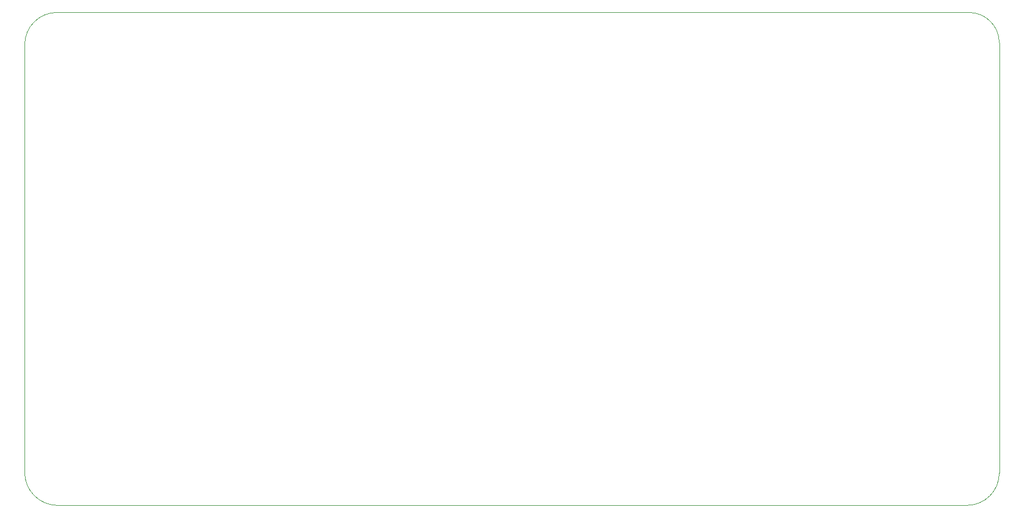
<source format=gbr>
%TF.GenerationSoftware,KiCad,Pcbnew,(6.0.5)*%
%TF.CreationDate,2022-12-16T11:23:46+03:00*%
%TF.ProjectId,3dprinter,33647072-696e-4746-9572-2e6b69636164,rev?*%
%TF.SameCoordinates,Original*%
%TF.FileFunction,Profile,NP*%
%FSLAX46Y46*%
G04 Gerber Fmt 4.6, Leading zero omitted, Abs format (unit mm)*
G04 Created by KiCad (PCBNEW (6.0.5)) date 2022-12-16 11:23:46*
%MOMM*%
%LPD*%
G01*
G04 APERTURE LIST*
%TA.AperFunction,Profile*%
%ADD10C,0.100000*%
%TD*%
G04 APERTURE END LIST*
D10*
X245700000Y-47000000D02*
X107100000Y-47000000D01*
X245400000Y-122000000D02*
G75*
G03*
X250300000Y-117100000I0J4900000D01*
G01*
X107100000Y-121999999D02*
X245400000Y-122000000D01*
X102200000Y-51900000D02*
X102199001Y-117000000D01*
X107100000Y-47000000D02*
G75*
G03*
X102200000Y-51900000I0J-4900000D01*
G01*
X102199001Y-117000000D02*
G75*
G03*
X107100000Y-121999999I5000999J0D01*
G01*
X250300000Y-117100000D02*
X250300000Y-51600000D01*
X250300000Y-51600000D02*
G75*
G03*
X245700000Y-47000000I-4600000J0D01*
G01*
M02*

</source>
